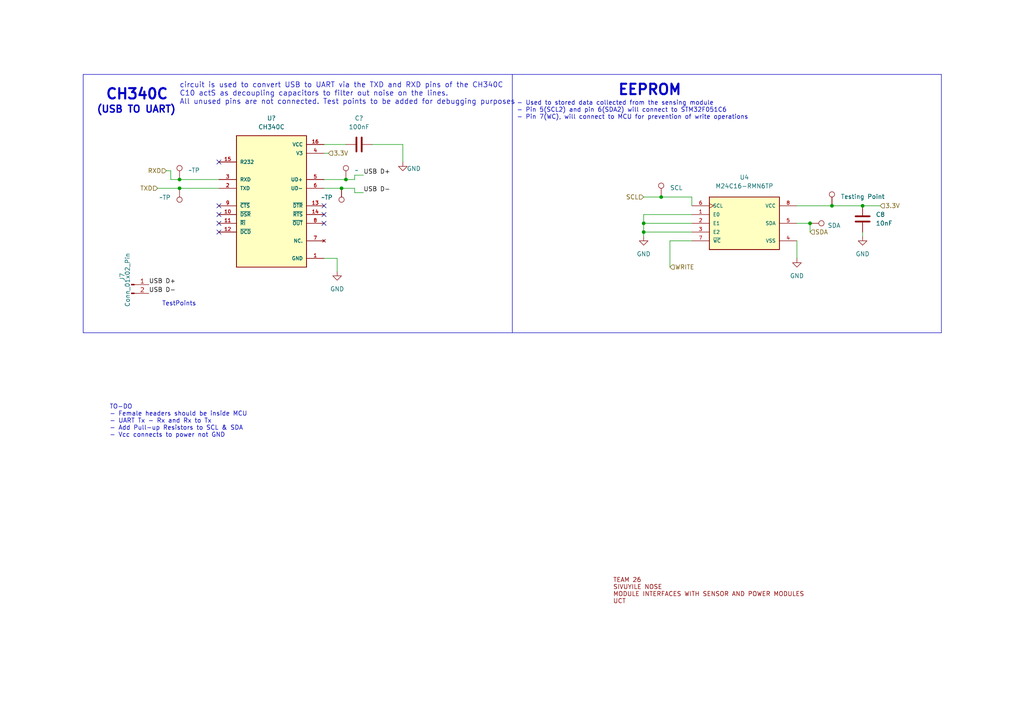
<source format=kicad_sch>
(kicad_sch (version 20230121) (generator eeschema)
  (paper "A4")
  (title_block (title "Microcontroller Interface") (rev "v0.0"))
  (lib_symbols
    (symbol "CH340C:CH340C" (pin_names (offset 1.016))
      (property "Reference" "U" (at -10.16 20.955 0))
      (property "Value" "CH340C" (at -10.16 -20.32 0))
      (symbol "CH340C_0_0"
        (rectangle (start -10.16 -17.78) (end 10.16 20.32) (stroke (width 0.254)) (fill (type background)))
        (pin power_in line (at 15.24 -15.24 180) (length 5.08) (name "GND") (number "1"))
        (pin input line (at -15.24 -2.54 0) (length 5.08) (name "~{DSR}") (number "10"))
        (pin input line (at -15.24 -5.08 0) (length 5.08) (name "~{RI}") (number "11"))
        (pin input line (at -15.24 -7.62 0) (length 5.08) (name "~{DCD}") (number "12"))
        (pin output line (at 15.24 0 180) (length 5.08) (name "~{DTR}") (number "13"))
        (pin output line (at 15.24 -2.54 180) (length 5.08) (name "~{RTS}") (number "14"))
        (pin input line (at -15.24 12.7 0) (length 5.08) (name "R232") (number "15"))
        (pin power_in line (at 15.24 17.78 180) (length 5.08) (name "VCC") (number "16"))
        (pin output line (at -15.24 5.08 0) (length 5.08) (name "TXD") (number "2"))
        (pin input line (at -15.24 7.62 0) (length 5.08) (name "RXD") (number "3"))
        (pin power_in line (at 15.24 15.24 180) (length 5.08) (name "V3") (number "4"))
        (pin bidirectional line (at 15.24 7.62 180) (length 5.08) (name "UD+") (number "5"))
        (pin bidirectional line (at 15.24 5.08 180) (length 5.08) (name "UD-") (number "6"))
        (pin no_connect line (at 15.24 -10.16 180) (length 5.08) (name "NC.") (number "7"))
        (pin output line (at 15.24 -5.08 180) (length 5.08) (name "~{OUT}") (number "8"))
        (pin input line (at -15.24 0 0) (length 5.08) (name "~{CTS}") (number "9"))
      )
    )
    (symbol "Connector:Conn_01x02_Pin" (pin_names (offset 1.016) hide)
      (property "Reference" "J" (at 0 2.54 0))
      (property "Value" "Conn_01x02_Pin" (at 0 -5.08 0))
      (symbol "Conn_01x02_Pin_1_1"
        (polyline (pts (xy 1.27 -2.54) (xy 0.8636 -2.54)) (stroke (width 0.1524)))
        (polyline (pts (xy 1.27 0) (xy 0.8636 0)) (stroke (width 0.1524)))
        (rectangle (start 0.8636 -2.413) (end 0 -2.667) (stroke (width 0.1524)) (fill (type outline)))
        (rectangle (start 0.8636 0.127) (end 0 -0.127) (stroke (width 0.1524)) (fill (type outline)))
        (pin passive line (at 5.08 0 180) (length 3.81) (name "Pin_1") (number "1"))
        (pin passive line (at 5.08 -2.54 180) (length 3.81) (name "Pin_2") (number "2"))
      )
    )
    (symbol "Connector:TestPoint" (pin_numbers hide) (pin_names (offset 0.762) hide)
      (property "Reference" "TP" (at 0 6.858 0))
      (property "Value" "TestPoint" (at 0 5.08 0))
      (symbol "TestPoint_0_1"
        (circle (center 0 3.302) (radius 0.762))
      )
      (symbol "TestPoint_1_1"
        (pin passive line (at 0 0 90) (length 2.54) (name "1") (number "1"))
      )
    )
    (symbol "Device:C" (pin_numbers hide) (pin_names (offset 0.254))
      (property "Reference" "C" (at 0.635 2.54 0))
      (property "Value" "C" (at 0.635 -2.54 0))
      (symbol "C_0_1"
        (polyline (pts (xy -2.032 -0.762) (xy 2.032 -0.762)) (stroke (width 0.508)))
        (polyline (pts (xy -2.032 0.762) (xy 2.032 0.762)) (stroke (width 0.508)))
      )
      (symbol "C_1_1"
        (pin passive line (at 0 3.81 270) (length 2.794) (name "~") (number "1"))
        (pin passive line (at 0 -3.81 90) (length 2.794) (name "~") (number "2"))
      )
    )
    (symbol "M24C16-RMN6TP:M24C16-RMN6TP" (pin_names (offset 1.016))
      (property "Reference" "U" (at -10.1854 8.1534 0))
      (property "Value" "M24C16-RMN6TP" (at -10.16 -10.668 0))
      (symbol "M24C16-RMN6TP_0_0"
        (rectangle (start -10.16 -7.62) (end 10.16 7.62) (stroke (width 0.254)) (fill (type background)))
        (pin input line (at -15.24 2.54 0) (length 5.08) (name "E0") (number "1"))
        (pin input line (at -15.24 0 0) (length 5.08) (name "E1") (number "2"))
        (pin input line (at -15.24 -2.54 0) (length 5.08) (name "E2") (number "3"))
        (pin power_in line (at 15.24 -5.08 180) (length 5.08) (name "VSS") (number "4"))
        (pin bidirectional line (at 15.24 0 180) (length 5.08) (name "SDA") (number "5"))
        (pin input clock (at -15.24 5.08 0) (length 5.08) (name "SCL") (number "6"))
        (pin input line (at -15.24 -5.08 0) (length 5.08) (name "~{WC}") (number "7"))
        (pin power_in line (at 15.24 5.08 180) (length 5.08) (name "VCC") (number "8"))
      )
    )
    (symbol "power:GND" (power) (pin_names (offset 0))
      (property "Value" "GND" (at 0 -3.81 0))
      (symbol "GND_0_1"
        (polyline (pts (xy 0 0) (xy 0 -1.27) (xy 1.27 -1.27) (xy 0 -2.54) (xy -1.27 -1.27) (xy 0 -1.27)))
      )
      (symbol "GND_1_1"
        (pin power_in line (at 0 0 270) (length 0) hide (name "GND") (number "1"))
      )
    )
  )
  (junction (at 191.77 57.15))
  (junction (at 186.69 67.31))
  (junction (at 250.19 59.69))
  (junction (at 234.95 64.77))
  (junction (at 186.69 64.77))
  (junction (at 52.07 52.07))
  (junction (at 100.33 52.07))
  (junction (at 241.3 59.69))
  (junction (at 52.07 54.61))
  (junction (at 99.06 54.61))
  (no_connect (at 63.5 67.31))
  (no_connect (at 63.5 46.99))
  (no_connect (at 93.98 64.77))
  (no_connect (at 63.5 59.69))
  (no_connect (at 93.98 62.23))
  (no_connect (at 63.5 64.77))
  (no_connect (at 63.5 62.23))
  (no_connect (at 93.98 59.69))
  (wire (pts (xy 49.53 52.07) (xy 49.53 49.53)))
  (wire (pts (xy 250.19 68.58) (xy 250.19 67.31)))
  (wire (pts (xy 93.98 41.91) (xy 100.33 41.91)))
  (wire (pts (xy 102.87 52.07) (xy 100.33 52.07)))
  (wire (pts (xy 93.98 74.93) (xy 97.79 74.93)))
  (wire (pts (xy 52.07 54.61) (xy 63.5 54.61)))
  (polyline (pts (xy 273.05 96.52) (xy 273.05 21.59)))
  (wire (pts (xy 186.69 57.15) (xy 191.77 57.15)))
  (wire (pts (xy 194.31 69.85) (xy 194.31 77.47)))
  (wire (pts (xy 186.69 64.77) (xy 186.69 67.31)))
  (wire (pts (xy 116.84 41.91) (xy 116.84 46.99)))
  (wire (pts (xy 194.31 69.85) (xy 200.66 69.85)))
  (wire (pts (xy 102.87 50.8) (xy 102.87 52.07)))
  (wire (pts (xy 97.79 74.93) (xy 97.79 78.74)))
  (wire (pts (xy 186.69 64.77) (xy 200.66 64.77)))
  (wire (pts (xy 102.87 55.88) (xy 105.41 55.88)))
  (polyline (pts (xy 273.05 96.52) (xy 24.13 96.52)))
  (wire (pts (xy 234.95 64.77) (xy 234.95 67.31)))
  (wire (pts (xy 186.69 62.23) (xy 186.69 64.77)))
  (wire (pts (xy 186.69 67.31) (xy 200.66 67.31)))
  (wire (pts (xy 45.72 54.61) (xy 52.07 54.61)))
  (polyline (pts (xy 148.59 96.52) (xy 148.59 21.59)))
  (wire (pts (xy 99.06 54.61) (xy 102.87 54.61)))
  (wire (pts (xy 200.66 57.15) (xy 200.66 59.69)))
  (wire (pts (xy 231.14 64.77) (xy 234.95 64.77)))
  (wire (pts (xy 93.98 54.61) (xy 99.06 54.61)))
  (wire (pts (xy 49.53 52.07) (xy 52.07 52.07)))
  (wire (pts (xy 241.3 59.69) (xy 250.19 59.69)))
  (wire (pts (xy 191.77 57.15) (xy 200.66 57.15)))
  (wire (pts (xy 231.14 69.85) (xy 231.14 74.93)))
  (wire (pts (xy 48.26 49.53) (xy 49.53 49.53)))
  (wire (pts (xy 107.95 41.91) (xy 116.84 41.91)))
  (wire (pts (xy 93.98 44.45) (xy 95.25 44.45)))
  (wire (pts (xy 100.33 52.07) (xy 93.98 52.07)))
  (wire (pts (xy 200.66 62.23) (xy 186.69 62.23)))
  (polyline (pts (xy 273.05 21.59) (xy 24.13 21.59)))
  (polyline (pts (xy 24.13 96.52) (xy 24.13 21.59)))
  (wire (pts (xy 52.07 52.07) (xy 63.5 52.07)))
  (wire (pts (xy 250.19 59.69) (xy 255.27 59.69)))
  (wire (pts (xy 186.69 67.31) (xy 186.69 68.58)))
  (wire (pts (xy 102.87 50.8) (xy 105.41 50.8)))
  (wire (pts (xy 231.14 59.69) (xy 241.3 59.69)))
  (wire (pts (xy 102.87 54.61) (xy 102.87 55.88)))
  (text "TO-DO\n- Female headers should be inside MCU\n- UART Tx - Rx and Rx to Tx\n- Add Pull-up Resistors to SCL & SDA\n- Vcc connects to power not GND\n" (at 31.75 127 0) (effects (font (size 1.27 1.27)) (justify left bottom)))
  (text "TEAM 26\nSIVUYILE NOSE\nMODULE INTERFACES WITH SENSOR AND POWER MODULES\nUCT\n" (at 177.8 175.26 0) (effects (font (size 1.27 1.27)) (justify left bottom)))
  (text "circuit is used to convert USB to UART via the TXD and RXD pins of the CH340C\nC10 actS as decoupling capacitors to filter out noise on the lines.\nAll unused pins are not connected. Test points to be added for debugging purposes\n" (at 52.07 30.48 0) (effects (font (size 1.5 1.5)) (justify left bottom)))
  (text "(USB TO UART)" (at 27.94 33.02 0) (effects (font (size 2 2) (thickness 0.4) bold) (justify left bottom)))
  (text "- Used to stored data collected from the sensing module\n- Pin 5(SCL2) and pin 6(SDA2) will connect to STM32F051C6\n- Pin 7(WC), will connect to MCU for prevention of write operations\n\n" (at 149.86 36.83 0) (effects (font (size 1.27 1.27)) (justify left bottom)))
  (text "EEPROM" (at 179.07 27.94 0) (effects (font (size 3 3) (thickness 0.6) bold) (justify left bottom)))
  (text "CH340C" (at 30.48 29.21 0) (effects (font (size 3 3) (thickness 0.6) bold) (justify left bottom)))
  (text "TestPoints\n" (at 46.99 88.9 0) (effects (font (size 1.27 1.27)) (justify left bottom)))
  (label "USB D+" (at 43.18 82.55 0))
  (label "USB D-" (at 43.18 85.09 0))
  (label "USB D+" (at 105.41 50.8 0))
  (label "USB D-" (at 105.41 55.88 0))
  (hierarchical_label "SCL" (shape input) (at 186.69 57.15 180))
  (hierarchical_label "SDA" (shape input) (at 234.95 67.31 0))
  (hierarchical_label "WRITE" (shape input) (at 194.31 77.47 0))
  (hierarchical_label "TXD" (shape input) (at 45.72 54.61 180))
  (hierarchical_label "3.3V" (shape input) (at 95.25 44.45 0))
  (hierarchical_label "RXD" (shape input) (at 48.26 49.53 180))
  (hierarchical_label "3.3V" (shape input) (at 255.27 59.69 0))
  (symbol (lib_id "power:GND") (at 231.14 74.93 0) (unit 1)
    (property "Reference" "#PWR022" (effects hide))
    (property "Value" "GND" (at 231.14 80.01 0))
    (instances (project "Main Schematic" (path "" (reference "#PWR022") (unit 1))) (project "main" (path "" (reference "#PWR?") (unit 1))))
  )
  (symbol (lib_id "power:GND") (at 186.69 68.58 0) (unit 1)
    (property "Reference" "#PWR021" (effects hide))
    (property "Value" "GND" (at 186.69 73.66 0))
    (instances (project "Main Schematic" (path "" (reference "#PWR021") (unit 1))) (project "main" (path "" (reference "#PWR?") (unit 1))))
  )
  (symbol (lib_id "Device:C") (at 104.14 41.91 90) (unit 1)
    (property "Reference" "C?" (at 104.14 34.29 90))
    (property "Value" "100nF" (at 104.14 36.83 90))
    (property "Footprint" "100NF_C:CAPC1005X55N" (effects hide))
  )
  (symbol (lib_id "power:GND") (at 116.84 46.99 0) (unit 1)
    (property "Reference" "#PWR?" (effects hide))
    (property "Value" "GND" (at 120.015 48.895 0))
  )
  (symbol (lib_id "Connector:TestPoint") (at 52.07 54.61 180) (unit 1)
    (property "Reference" "TP7" (effects hide))
    (property "Value" "~TP" (at 49.53 57.277 0) (effects (justify left)))
    (property "Footprint" "TestPoint:TestPoint_Pad_1.0x1.0mm" (effects hide))
    (instances (project "Main Schematic" (path "" (reference "TP7") (unit 1))) (project "main" (path "" (reference "TP?") (unit 1))))
  )
  (symbol (lib_id "Connector:TestPoint") (at 52.07 52.07 0) (unit 1)
    (property "Reference" "TP6" (effects hide))
    (property "Value" "~TP" (at 54.61 49.403 0) (effects (justify left)))
    (property "Footprint" "TestPoint:TestPoint_Pad_1.0x1.0mm" (effects hide))
    (instances (project "Main Schematic" (path "" (reference "TP6") (unit 1))) (project "main" (path "" (reference "TP?") (unit 1))))
  )
  (symbol (lib_id "Connector:TestPoint") (at 99.06 54.61 180) (unit 1)
    (property "Reference" "TP8" (effects hide))
    (property "Value" "~TP" (at 96.52 57.277 0) (effects (justify left)))
    (property "Footprint" "TestPoint:TestPoint_Pad_1.0x1.0mm" (effects hide))
    (instances (project "Main Schematic" (path "" (reference "TP8") (unit 1))) (project "main" (path "" (reference "TP?") (unit 1))))
  )
  (symbol (lib_id "Connector:TestPoint") (at 234.95 64.77 270) (unit 1)
    (property "Reference" "TP11" (effects hide))
    (property "Value" "SDA" (at 240.03 65.405 90) (effects (justify left)))
    (property "Footprint" "TestPoint:TestPoint_Pad_1.0x1.0mm" (effects hide))
    (instances (project "Main Schematic" (path "" (reference "TP11") (unit 1))) (project "main" (path "" (reference "TP?") (unit 1))))
  )
  (symbol (lib_id "power:GND") (at 250.19 68.58 0) (unit 1)
    (property "Reference" "#PWR023" (effects hide))
    (property "Value" "GND" (at 250.19 73.66 0))
    (instances (project "Main Schematic" (path "" (reference "#PWR023") (unit 1))) (project "main" (path "" (reference "#PWR?") (unit 1))))
  )
  (symbol (lib_id "Connector:Conn_01x02_Pin") (at 38.1 82.55 0) (unit 1)
    (property "Reference" "J7" (at 35.4584 80.3148 90))
    (property "Value" "Conn_01x02_Pin" (at 36.9824 81.1784 90))
  )
  (symbol (lib_id "power:GND") (at 97.79 78.74 0) (unit 1)
    (property "Reference" "#PWR?" (effects hide))
    (property "Value" "GND" (at 97.79 83.82 0))
  )
  (symbol (lib_id "Connector:TestPoint") (at 191.77 57.15 0) (unit 1)
    (property "Reference" "TP10" (effects hide))
    (property "Value" "SCL" (at 194.31 54.483 0) (effects (justify left)))
    (property "Footprint" "TestPoint:TestPoint_Pad_1.0x1.0mm" (effects hide))
    (instances (project "Main Schematic" (path "" (reference "TP10") (unit 1))) (project "main" (path "" (reference "TP?") (unit 1))))
  )
  (symbol (lib_id "Connector:TestPoint") (at 100.33 52.07 0) (unit 1)
    (property "Reference" "TP9" (effects hide))
    (property "Value" "~" (at 102.87 49.403 0) (effects (justify left)))
    (property "Footprint" "TestPoint:TestPoint_Pad_1.0x1.0mm" (effects hide))
    (instances (project "Main Schematic" (path "" (reference "TP9") (unit 1))) (project "main" (path "" (reference "TP?") (unit 1))))
  )
  (symbol (lib_id "CH340C:CH340C") (at 78.74 59.69 0) (unit 1)
    (property "Reference" "U?" (at 78.74 34.29 0))
    (property "Value" "CH340C" (at 78.74 36.83 0))
    (property "Footprint" "CH340:SOIC127P600X180-16N" (effects hide))
    (property "MANUFACTURER" "WCH" (effects hide))
    (property "PARTREV" "2G" (effects hide))
    (property "MAXIMUM_PACKAGE_HEIGHT" "1.8 mm" (effects hide))
    (property "STANDARD" "IPC 7351B" (effects hide))
  )
  (symbol (lib_id "Connector:TestPoint") (at 241.3 59.69 0) (unit 1)
    (property "Reference" "TP12" (effects hide))
    (property "Value" "Testing Point" (at 243.84 57.023 0) (effects (justify left)))
    (property "Footprint" "TestPoint:TestPoint_Pad_1.0x1.0mm" (effects hide))
    (instances (project "Main Schematic" (path "" (reference "TP12") (unit 1))) (project "main" (path "" (reference "TP?") (unit 1))))
  )
  (symbol (lib_id "Device:C") (at 250.19 63.5 0) (unit 1)
    (property "Reference" "C8" (at 254 62.2299 0) (effects (justify left)))
    (property "Value" "10nF" (at 254 64.7699 0) (effects (justify left)))
    (property "Footprint" "CAP_10NF:CAPC1005X55N" (effects hide))
    (instances (project "Main Schematic" (path "" (reference "C8") (unit 1))) (project "main" (path "" (reference "C?") (unit 1))))
  )
  (symbol (lib_id "M24C16-RMN6TP:M24C16-RMN6TP") (at 215.9 64.77 0) (unit 1)
    (property "Reference" "U4" (at 215.9 51.435 0))
    (property "Value" "M24C16-RMN6TP" (at 215.9 53.975 0))
    (property "Footprint" "LM75AD:SOIC127P600X175-8N" (effects hide))
    (property "MANUFACTURER" "STMicroelectronics" (effects hide))
    (instances (project "Main Schematic" (path "" (reference "U4") (unit 1))) (project "main" (path "" (reference "U?") (unit 1))))
  )
)
</source>
